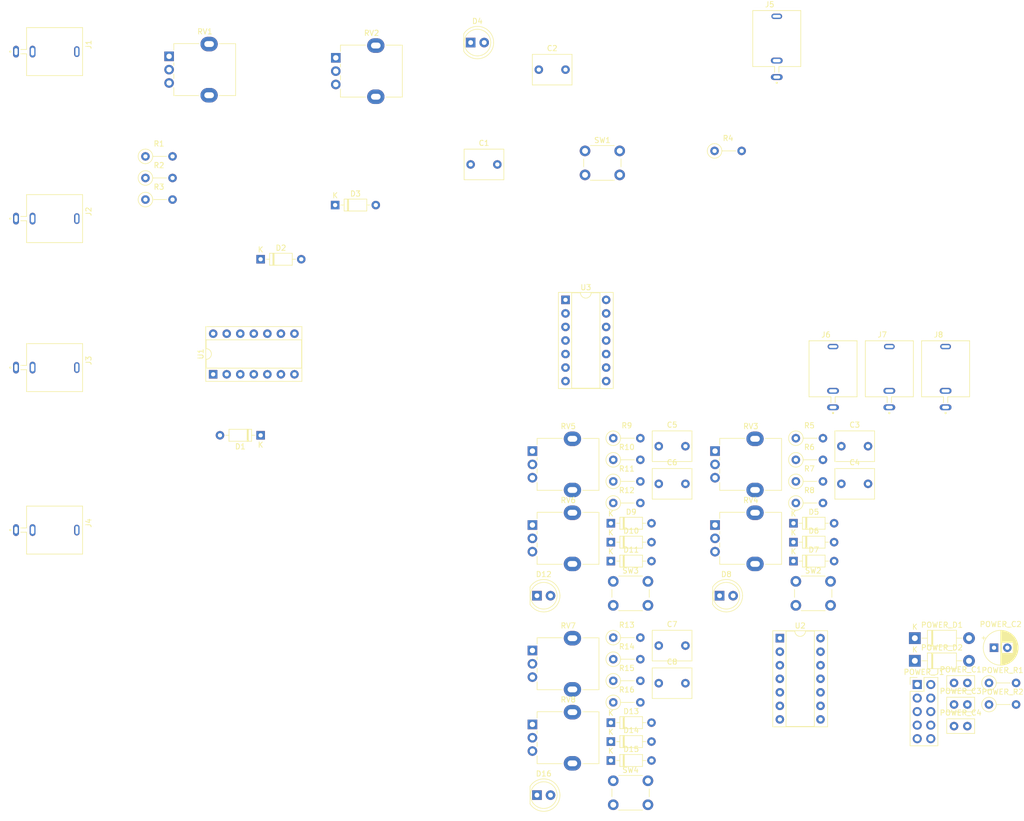
<source format=kicad_pcb>
(kicad_pcb (version 20221018) (generator pcbnew)
  (layers (0 "F.Cu" signal) (31 "B.Cu" signal) (34 "B.Paste" user) (35 "F.Paste" user) (36 "B.SilkS" user "B.Silkscreen") (37 "F.SilkS" user "F.Silkscreen") (38 "B.Mask" user) (39 "F.Mask" user) (44 "Edge.Cuts" user))
  (net 0 "")
  (net 1 "/AR1/INPUT_BUF_+")
  (net 2 "/AR1/INPUT_AMP_OUT")
  (net 3 "Net-(D2-K)")
  (net 4 "/AR1/INPUT_BUF_-")
  (net 5 "Net-(D3-A)")
  (net 6 "/AR2/INPUT_BUF_+")
  (net 7 "/AR2/INPUT_AMP_OUT")
  (net 8 "Net-(D6-K)")
  (net 9 "/AR2/INPUT_BUF_-")
  (net 10 "Net-(D7-A)")
  (net 11 "/AR3/INPUT_BUF_+")
  (net 12 "/AR3/INPUT_AMP_OUT")
  (net 13 "Net-(D10-K)")
  (net 14 "/AR3/INPUT_BUF_-")
  (net 15 "Net-(D11-A)")
  (net 16 "/AR4/INPUT_BUF_+")
  (net 17 "/AR4/INPUT_AMP_OUT")
  (net 18 "Net-(D14-K)")
  (net 19 "/AR4/INPUT_BUF_-")
  (net 20 "Net-(D15-A)")
  (net 21 "+12v")
  (net 22 "GND")
  (net 23 "-12v")
  (net 24 "Net-(POWER_D1-K)")
  (net 25 "Net-(POWER_D1-A)")
  (net 26 "Net-(POWER_D2-K)")
  (net 27 "Net-(POWER_D2-A)")
  (net 28 "Net-(SW1-B)")
  (net 29 "Net-(D4-A)")
  (net 30 "Net-(SW2-B)")
  (net 31 "Net-(D8-A)")
  (net 32 "Net-(SW3-B)")
  (net 33 "Net-(D12-A)")
  (net 34 "Net-(SW4-B)")
  (net 35 "Net-(D16-A)")
  (net 36 "/AR1/OUTPUT_BUF_+")
  (net 37 "/AR2/OUTPUT_BUF_+")
  (net 38 "/AR3/OUTPUT_BUF_+")
  (net 39 "/AR4/OUTPUT_BUF_+")
  (net 40 "/AR1/INPUT_AMP_-")
  (net 41 "/AR1/OUPUT_BUF_OUT")
  (net 42 "/AR1/ENV_OUT")
  (net 43 "/AR2/INPUT_AMP_-")
  (net 44 "/AR2/OUPUT_BUF_OUT")
  (net 45 "/AR2/ENV_OUT")
  (net 46 "/AR3/INPUT_AMP_-")
  (net 47 "/AR3/OUPUT_BUF_OUT")
  (net 48 "/AR3/ENV_OUT")
  (net 49 "/AR4/INPUT_AMP_-")
  (net 50 "/AR4/OUPUT_BUF_OUT")
  (net 51 "/AR4/ENV_OUT")
  (net 52 "/AR1/GATE_IN")
  (net 53 "/AR2/GATE_IN")
  (net 54 "/AR3/GATE_IN")
  (net 55 "/AR4/GATE_IN")
  (footprint "Resistor_THT:R_Axial_DIN0207_L6.3mm_D2.5mm_P5.08mm_Vertical" (layer "F.Cu") (at 133.41 142.09)
    (fp_text reference "R13" (at 2.54 -2.37) (layer "F.SilkS"))
    (fp_text value "r=100k")
    (pad "1" thru_hole circle (at 0 0) (size 1.6 1.6) (drill 0.8) (layers "*.Cu" "*.Mask") (net 21 "+12v"))
    (pad "2" thru_hole oval (at 5.08 0) (size 1.6 1.6) (drill 0.8) (layers "*.Cu" "*.Mask") (net 49 "/AR4/INPUT_AMP_-"))
  )
  (footprint "Diode_THT:D_DO-35_SOD27_P7.62mm_Horizontal" (layer "F.Cu") (at 167.19 120.64)
    (fp_text reference "D5" (at 3.81 -2.12) (layer "F.SilkS"))
    (fp_text value "1N4148")
    (fp_text user "K" (at 0 -1.8) (layer "F.SilkS"))
    (pad "1" thru_hole rect (at 0 0) (size 1.6 1.6) (drill 0.8) (layers "*.Cu" "*.Mask") (net 6 "/AR2/INPUT_BUF_+"))
    (pad "2" thru_hole oval (at 7.62 0) (size 1.6 1.6) (drill 0.8) (layers "*.Cu" "*.Mask") (net 7 "/AR2/INPUT_AMP_OUT"))
  )
  (footprint "Diode_THT:D_DO-35_SOD27_P7.62mm_Horizontal" (layer "F.Cu") (at 167.19 124.19)
    (fp_text reference "D6" (at 3.81 -2.12) (layer "F.SilkS"))
    (fp_text value "1N4148")
    (fp_text user "K" (at 0 -1.8) (layer "F.SilkS"))
    (pad "1" thru_hole rect (at 0 0) (size 1.6 1.6) (drill 0.8) (layers "*.Cu" "*.Mask") (net 8 "Net-(D6-K)"))
    (pad "2" thru_hole oval (at 7.62 0) (size 1.6 1.6) (drill 0.8) (layers "*.Cu" "*.Mask") (net 9 "/AR2/INPUT_BUF_-"))
  )
  (footprint "Resistor_THT:R_Axial_DIN0207_L6.3mm_D2.5mm_P5.08mm_Vertical" (layer "F.Cu") (at 45.72 55.88)
    (fp_text reference "R2" (at 2.54 -2.37) (layer "F.SilkS"))
    (fp_text value "r=47k")
    (pad "1" thru_hole circle (at 0 0) (size 1.6 1.6) (drill 0.8) (layers "*.Cu" "*.Mask") (net 40 "/AR1/INPUT_AMP_-"))
    (pad "2" thru_hole oval (at 5.08 0) (size 1.6 1.6) (drill 0.8) (layers "*.Cu" "*.Mask") (net 22 "GND"))
  )
  (footprint "AudioJacks:THONK_PJ398SM-12" (layer "F.Cu") (at 27.94 91.44 -90)
    (fp_text reference "J3" (at -1.325 -7.135 90) (layer "F.SilkS"))
    (fp_text value "PJ398SM-12")
    (pad "1" thru_hole oval (at 0 6.48 270) (size 2.216 1.108) (drill oval 1.3 0.6) (layers "*.Cu" "*.Mask") (net 22 "GND"))
    (pad "2" thru_hole oval (at 0 3.38 270) (size 2.216 1.108) (drill oval 1.5 0.6) (layers "*.Cu" "*.Mask") (net 53 "/AR2/GATE_IN"))
    (pad "3" thru_hole oval (at 0 -4.92 270) (size 2.016 1.008) (drill oval 1.5 0.5) (layers "*.Cu" "*.Mask") (net 54 "/AR3/GATE_IN"))
  )
  (footprint "Diode_THT:D_DO-41_SOD81_P10.16mm_Horizontal" (layer "F.Cu") (at 189.94 142.19)
    (fp_text reference "POWER_D1" (at 5.08 -2.47) (layer "F.SilkS"))
    (fp_text value "1N5819")
    (fp_text user "K" (at 0 -2.1) (layer "F.SilkS"))
    (pad "1" thru_hole rect (at 0 0) (size 2.2 2.2) (drill 1.1) (layers "*.Cu" "*.Mask") (net 24 "Net-(POWER_D1-K)"))
    (pad "2" thru_hole oval (at 10.16 0) (size 2.2 2.2) (drill 1.1) (layers "*.Cu" "*.Mask") (net 25 "Net-(POWER_D1-A)"))
  )
  (footprint "Diode_THT:D_DO-35_SOD27_P7.62mm_Horizontal" (layer "F.Cu") (at 81.28 60.96)
    (fp_text reference "D3" (at 3.81 -2.12) (layer "F.SilkS"))
    (fp_text value "1N4148")
    (fp_text user "K" (at 0 -1.8) (layer "F.SilkS"))
    (pad "1" thru_hole rect (at 0 0) (size 1.6 1.6) (drill 0.8) (layers "*.Cu" "*.Mask") (net 4 "/AR1/INPUT_BUF_-"))
    (pad "2" thru_hole oval (at 7.62 0) (size 1.6 1.6) (drill 0.8) (layers "*.Cu" "*.Mask") (net 5 "Net-(D3-A)"))
  )
  (footprint "Capacitor_THT:CP_Radial_D6.3mm_P2.50mm" (layer "F.Cu") (at 204.785241 143.99)
    (fp_text reference "POWER_C2" (at 1.25 -4.4) (layer "F.SilkS"))
    (fp_text value "c=47u")
    (pad "1" thru_hole rect (at 0 0) (size 1.6 1.6) (drill 0.8) (layers "*.Cu" "*.Mask") (net 22 "GND"))
    (pad "2" thru_hole circle (at 2.5 0) (size 1.6 1.6) (drill 0.8) (layers "*.Cu" "*.Mask") (net 23 "-12v"))
  )
  (footprint "Package_DIP:DIP-14_W7.62mm_Socket" (layer "F.Cu") (at 124.46 78.74)
    (fp_text reference "U3" (at 3.81 -2.33) (layer "F.SilkS"))
    (fp_text value "TL074")
    (pad "1" thru_hole rect (at 0 0) (size 1.6 1.6) (drill 0.8) (layers "*.Cu" "*.Mask") (net 41 "/AR1/OUPUT_BUF_OUT"))
    (pad "2" thru_hole oval (at 0 2.54) (size 1.6 1.6) (drill 0.8) (layers "*.Cu" "*.Mask") (net 41 "/AR1/OUPUT_BUF_OUT"))
    (pad "3" thru_hole oval (at 0 5.08) (size 1.6 1.6) (drill 0.8) (layers "*.Cu" "*.Mask") (net 36 "/AR1/OUTPUT_BUF_+"))
    (pad "4" thru_hole oval (at 0 7.62) (size 1.6 1.6) (drill 0.8) (layers "*.Cu" "*.Mask") (net 21 "+12v"))
    (pad "5" thru_hole oval (at 0 10.16) (size 1.6 1.6) (drill 0.8) (layers "*.Cu" "*.Mask") (net 37 "/AR2/OUTPUT_BUF_+"))
    (pad "6" thru_hole oval (at 0 12.7) (size 1.6 1.6) (drill 0.8) (layers "*.Cu" "*.Mask") (net 44 "/AR2/OUPUT_BUF_OUT"))
    (pad "7" thru_hole oval (at 0 15.24) (size 1.6 1.6) (drill 0.8) (layers "*.Cu" "*.Mask") (net 44 "/AR2/OUPUT_BUF_OUT"))
    (pad "8" thru_hole oval (at 7.62 15.24) (size 1.6 1.6) (drill 0.8) (layers "*.Cu" "*.Mask") (net 47 "/AR3/OUPUT_BUF_OUT"))
    (pad "9" thru_hole oval (at 7.62 12.7) (size 1.6 1.6) (drill 0.8) (layers "*.Cu" "*.Mask") (net 38 "/AR3/OUTPUT_BUF_+"))
    (pad "10" thru_hole oval (at 7.62 10.16) (size 1.6 1.6) (drill 0.8) (layers "*.Cu" "*.Mask") (net 47 "/AR3/OUPUT_BUF_OUT"))
    (pad "11" thru_hole oval (at 7.62 7.62) (size 1.6 1.6) (drill 0.8) (layers "*.Cu" "*.Mask") (net 23 "-12v"))
    (pad "12" thru_hole oval (at 7.62 5.08) (size 1.6 1.6) (drill 0.8) (layers "*.Cu" "*.Mask") (net 50 "/AR4/OUPUT_BUF_OUT"))
    (pad "13" thru_hole oval (at 7.62 2.54) (size 1.6 1.6) (drill 0.8) (layers "*.Cu" "*.Mask") (net 39 "/AR4/OUTPUT_BUF_+"))
    (pad "14" thru_hole oval (at 7.62 0) (size 1.6 1.6) (drill 0.8) (layers "*.Cu" "*.Mask") (net 50 "/AR4/OUPUT_BUF_OUT"))
  )
  (footprint "Diode_THT:D_DO-35_SOD27_P7.62mm_Horizontal" (layer "F.Cu") (at 67.31 71.12)
    (fp_text reference "D2" (at 3.81 -2.12) (layer "F.SilkS"))
    (fp_text value "1N4148")
    (fp_text user "K" (at 0 -1.8) (layer "F.SilkS"))
    (pad "1" thru_hole rect (at 0 0) (size 1.6 1.6) (drill 0.8) (layers "*.Cu" "*.Mask") (net 3 "Net-(D2-K)"))
    (pad "2" thru_hole oval (at 7.62 0) (size 1.6 1.6) (drill 0.8) (layers "*.Cu" "*.Mask") (net 4 "/AR1/INPUT_BUF_-"))
  )
  (footprint "Button_Switch_THT:SW_PUSH_6mm" (layer "F.Cu") (at 133.41 168.94)
    (fp_text reference "SW4" (at 3.25 -2) (layer "F.SilkS"))
    (fp_text value "SW_SPDT")
    (pad "1" thru_hole circle (at 0 0 90) (size 2 2) (drill 1.1) (layers "*.Cu" "*.Mask") (net 39 "/AR4/OUTPUT_BUF_+"))
    (pad "1" thru_hole circle (at 6.5 0 90) (size 2 2) (drill 1.1) (layers "*.Cu" "*.Mask") (net 39 "/AR4/OUTPUT_BUF_+"))
    (pad "2" thru_hole circle (at 0 4.5 90) (size 2 2) (drill 1.1) (layers "*.Cu" "*.Mask") (net 34 "Net-(SW4-B)"))
    (pad "2" thru_hole circle (at 6.5 4.5 90) (size 2 2) (drill 1.1) (layers "*.Cu" "*.Mask") (net 34 "Net-(SW4-B)"))
  )
  (footprint "Potentiometer_THT:Potentiometer_Alpha_RD901F-40-00D_Single_Vertical" (layer "F.Cu") (at 118.26 144.5)
    (fp_text reference "RV7" (at 6.71 -4.64 180) (layer "F.SilkS"))
    (fp_text value "R_Potentiometer")
    (pad "" thru_hole oval (at 7.5 -2.3 90) (size 2.72 3.24) (drill oval 1.1 1.8) (layers "*.Cu" "*.Mask"))
    (pad "" thru_hole oval (at 7.5 7.3 90) (size 2.72 3.24) (drill oval 1.1 1.8) (layers "*.Cu" "*.Mask"))
    (pad "1" thru_hole rect (at 0 0 90) (size 1.8 1.8) (drill 1) (layers "*.Cu" "*.Mask") (net 18 "Net-(D14-K)"))
    (pad "2" thru_hole circle (at 0 2.5 90) (size 1.8 1.8) (drill 1) (layers "*.Cu" "*.Mask") (net 34 "Net-(SW4-B)"))
    (pad "3" thru_hole circle (at 0 5 90) (size 1.8 1.8) (drill 1) (layers "*.Cu" "*.Mask") (net 34 "Net-(SW4-B)"))
  )
  (footprint "Capacitor_THT:C_Rect_L7.2mm_W5.5mm_P5.00mm_FKS2_FKP2_MKS2_MKP2" (layer "F.Cu") (at 176.17 113.24)
    (fp_text reference "C4" (at 2.5 -4) (layer "F.SilkS"))
    (fp_text value "c=1u")
    (pad "1" thru_hole circle (at 0 0) (size 1.6 1.6) (drill 0.8) (layers "*.Cu" "*.Mask") (net 31 "Net-(D8-A)"))
    (pad "2" thru_hole circle (at 5 0) (size 1.6 1.6) (drill 0.8) (layers "*.Cu" "*.Mask") (net 22 "GND"))
  )
  (footprint "Resistor_THT:R_Axial_DIN0207_L6.3mm_D2.5mm_P5.08mm_Vertical" (layer "F.Cu") (at 133.41 154.24)
    (fp_text reference "R16" (at 2.54 -2.37) (layer "F.SilkS"))
    (fp_text value "r=1k")
    (pad "1" thru_hole circle (at 0 0) (size 1.6 1.6) (drill 0.8) (layers "*.Cu" "*.Mask") (net 50 "/AR4/OUPUT_BUF_OUT"))
    (pad "2" thru_hole oval (at 5.08 0) (size 1.6 1.6) (drill 0.8) (layers "*.Cu" "*.Mask") (net 51 "/AR4/ENV_OUT"))
  )
  (footprint "AudioJacks:THONK_PJ398SM-12" (layer "F.Cu") (at 185.16 92.42)
    (fp_text reference "J7" (at -1.325 -7.135) (layer "F.SilkS"))
    (fp_text value "PJ398SM-12")
    (pad "1" thru_hole oval (at 0 6.48) (size 2.216 1.108) (drill oval 1.3 0.6) (layers "*.Cu" "*.Mask") (net 22 "GND"))
    (pad "2" thru_hole oval (at 0 3.38) (size 2.216 1.108) (drill oval 1.5 0.6) (layers "*.Cu" "*.Mask") (net 22 "GND"))
    (pad "3" thru_hole oval (at 0 -4.92) (size 2.016 1.008) (drill oval 1.5 0.5) (layers "*.Cu" "*.Mask") (net 48 "/AR3/ENV_OUT"))
  )
  (footprint "Capacitor_THT:C_Rect_L7.2mm_W5.5mm_P5.00mm_FKS2_FKP2_MKS2_MKP2" (layer "F.Cu") (at 141.94 106.19)
    (fp_text reference "C5" (at 2.5 -4) (layer "F.SilkS"))
    (fp_text value "c=1u")
    (pad "1" thru_hole circle (at 0 0) (size 1.6 1.6) (drill 0.8) (layers "*.Cu" "*.Mask") (net 32 "Net-(SW3-B)"))
    (pad "2" thru_hole circle (at 5 0) (size 1.6 1.6) (drill 0.8) (layers "*.Cu" "*.Mask") (net 22 "GND"))
  )
  (footprint "AudioJacks:THONK_PJ398SM-12" (layer "F.Cu") (at 164.06 30.48)
    (fp_text reference "J5" (at -1.325 -7.135) (layer "F.SilkS"))
    (fp_text value "PJ398SM-12")
    (pad "1" thru_hole oval (at 0 6.48) (size 2.216 1.108) (drill oval 1.3 0.6) (layers "*.Cu" "*.Mask") (net 22 "GND"))
    (pad "2" thru_hole oval (at 0 3.38) (size 2.216 1.108) (drill oval 1.5 0.6) (layers "*.Cu" "*.Mask") (net 22 "GND"))
    (pad "3" thru_hole oval (at 0 -4.92) (size 2.016 1.008) (drill oval 1.5 0.5) (layers "*.Cu" "*.Mask") (net 42 "/AR1/ENV_OUT"))
  )
  (footprint "Resistor_THT:R_Axial_DIN0207_L6.3mm_D2.5mm_P5.08mm_Vertical" (layer "F.Cu") (at 45.72 51.83)
    (fp_text reference "R1" (at 2.54 -2.37) (layer "F.SilkS"))
    (fp_text value "r=100k")
    (pad "1" thru_hole circle (at 0 0) (size 1.6 1.6) (drill 0.8) (layers "*.Cu" "*.Mask") (net 21 "+12v"))
    (pad "2" thru_hole oval (at 5.08 0) (size 1.6 1.6) (drill 0.8) (layers "*.Cu" "*.Mask") (net 40 "/AR1/INPUT_AMP_-"))
  )
  (footprint "AudioJacks:THONK_PJ398SM-12" (layer "F.Cu") (at 27.94 32.18 -90)
    (fp_text reference "J1" (at -1.325 -7.135 90) (layer "F.SilkS"))
    (fp_text value "PJ398SM-12")
    (pad "1" thru_hole oval (at 0 6.48 270) (size 2.216 1.108) (drill oval 1.3 0.6) (layers "*.Cu" "*.Mask") (net 22 "GND"))
    (pad "2" thru_hole oval (at 0 3.38 270) (size 2.216 1.108) (drill oval 1.5 0.6) (layers "*.Cu" "*.Mask") (net 22 "GND"))
    (pad "3" thru_hole oval (at 0 -4.92 270) (size 2.016 1.008) (drill oval 1.5 0.5) (layers "*.Cu" "*.Mask") (net 52 "/AR1/GATE_IN"))
  )
  (footprint "Potentiometer_THT:Potentiometer_Alpha_RD901F-40-00D_Single_Vertical" (layer "F.Cu") (at 50.155 33.06)
    (fp_text reference "RV1" (at 6.71 -4.64 180) (layer "F.SilkS"))
    (fp_text value "R_Potentiometer")
    (pad "" thru_hole oval (at 7.5 -2.3 90) (size 2.72 3.24) (drill oval 1.1 1.8) (layers "*.Cu" "*.Mask"))
    (pad "" thru_hole oval (at 7.5 7.3 90) (size 2.72 3.24) (drill oval 1.1 1.8) (layers "*.Cu" "*.Mask"))
    (pad "1" thru_hole rect (at 0 0 90) (size 1.8 1.8) (drill 1) (layers "*.Cu" "*.Mask") (net 3 "Net-(D2-K)"))
    (pad "2" thru_hole circle (at 0 2.5 90) (size 1.8 1.8) (drill 1) (layers "*.Cu" "*.Mask") (net 28 "Net-(SW1-B)"))
    (pad "3" thru_hole circle (at 0 5 90) (size 1.8 1.8) (drill 1) (layers "*.Cu" "*.Mask") (net 28 "Net-(SW1-B)"))
  )
  (footprint "Capacitor_THT:C_Rect_L7.2mm_W5.5mm_P5.00mm_FKS2_FKP2_MKS2_MKP2" (layer "F.Cu") (at 141.94 113.24)
    (fp_text reference "C6" (at 2.5 -4) (layer "F.SilkS"))
    (fp_text value "c=1u")
    (pad "1" thru_hole circle (at 0 0) (size 1.6 1.6) (drill 0.8) (layers "*.Cu" "*.Mask") (net 33 "Net-(D12-A)"))
    (pad "2" thru_hole circle (at 5 0) (size 1.6 1.6) (drill 0.8) (layers "*.Cu" "*.Mask") (net 22 "GND"))
  )
  (footprint "Diode_THT:D_DO-35_SOD27_P7.62mm_Horizontal" (layer "F.Cu") (at 132.96 161.59)
    (fp_text reference "D14" (at 3.81 -2.12) (layer "F.SilkS"))
    (fp_text value "1N4148")
    (fp_text user "K" (at 0 -1.8) (layer "F.SilkS"))
    (pad "1" thru_hole rect (at 0 0) (size 1.6 1.6) (drill 0.8) (layers "*.Cu" "*.Mask") (net 18 "Net-(D14-K)"))
    (pad "2" thru_hole oval (at 7.62 0) (size 1.6 1.6) (drill 0.8) (layers "*.Cu" "*.Mask") (net 19 "/AR4/INPUT_BUF_-"))
  )
  (footprint "Resistor_THT:R_Axial_DIN0207_L6.3mm_D2.5mm_P5.08mm_Vertical" (layer "F.Cu") (at 133.41 108.74)
    (fp_text reference "R10" (at 2.54 -2.37) (layer "F.SilkS"))
    (fp_text value "r=47k")
    (pad "1" thru_hole circle (at 0 0) (size 1.6 1.6) (drill 0.8) (layers "*.Cu" "*.Mask") (net 46 "/AR3/INPUT_AMP_-"))
    (pad "2" thru_hole oval (at 5.08 0) (size 1.6 1.6) (drill 0.8) (layers "*.Cu" "*.Mask") (net 22 "GND"))
  )
  (footprint "Resistor_THT:R_Axial_DIN0207_L6.3mm_D2.5mm_P5.08mm_Vertical" (layer "F.Cu") (at 133.41 116.84)
    (fp_text reference "R12" (at 2.54 -2.37) (layer "F.SilkS"))
    (fp_text value "r=1k")
    (pad "1" thru_hole circle (at 0 0) (size 1.6 1.6) (drill 0.8) (layers "*.Cu" "*.Mask") (net 47 "/AR3/OUPUT_BUF_OUT"))
    (pad "2" thru_hole oval (at 5.08 0) (size 1.6 1.6) (drill 0.8) (layers "*.Cu" "*.Mask") (net 48 "/AR3/ENV_OUT"))
  )
  (footprint "AudioJacks:THONK_PJ398SM-12" (layer "F.Cu") (at 27.94 121.92 -90)
    (fp_text reference "J4" (at -1.325 -7.135 90) (layer "F.SilkS"))
    (fp_text value "PJ398SM-12")
    (pad "1" thru_hole oval (at 0 6.48 270) (size 2.216 1.108) (drill oval 1.3 0.6) (layers "*.Cu" "*.Mask") (net 22 "GND"))
    (pad "2" thru_hole oval (at 0 3.38 270) (size 2.216 1.108) (drill oval 1.5 0.6) (layers "*.Cu" "*.Mask") (net 54 "/AR3/GATE_IN"))
    (pad "3" thru_hole oval (at 0 -4.92 270) (size 2.016 1.008) (drill oval 1.5 0.5) (layers "*.Cu" "*.Mask") (net 55 "/AR4/GATE_IN"))
  )
  (footprint "Resistor_THT:R_Axial_DIN0207_L6.3mm_D2.5mm_P5.08mm_Vertical" (layer "F.Cu") (at 152.4 50.8)
    (fp_text reference "R4" (at 2.54 -2.37) (layer "F.SilkS"))
    (fp_text value "r=1k")
    (pad "1" thru_hole circle (at 0 0) (size 1.6 1.6) (drill 0.8) (layers "*.Cu" "*.Mask") (net 41 "/AR1/OUPUT_BUF_OUT"))
    (pad "2" thru_hole oval (at 5.08 0) (size 1.6 1.6) (drill 0.8) (layers "*.Cu" "*.Mask") (net 42 "/AR1/ENV_OUT"))
  )
  (footprint "Resistor_THT:R_Axial_DIN0207_L6.3mm_D2.5mm_P5.08mm_Vertical" (layer "F.Cu") (at 203.84 150.59)
    (fp_text reference "POWER_R1" (at 2.54 -2.37) (layer "F.SilkS"))
    (fp_text value "10")
    (pad "1" thru_hole circle (at 0 0) (size 1.6 1.6) (drill 0.8) (layers "*.Cu" "*.Mask") (net 24 "Net-(POWER_D1-K)"))
    (pad "2" thru_hole oval (at 5.08 0) (size 1.6 1.6) (drill 0.8) (layers "*.Cu" "*.Mask") (net 21 "+12v"))
  )
  (footprint "Diode_THT:D_DO-35_SOD27_P7.62mm_Horizontal" (layer "F.Cu") (at 132.96 165.14)
    (fp_text reference "D15" (at 3.81 -2.12) (layer "F.SilkS"))
    (fp_text value "1N4148")
    (fp_text user "K" (at 0 -1.8) (layer "F.SilkS"))
    (pad "1" thru_hole rect (at 0 0) (size 1.6 1.6) (drill 0.8) (layers "*.Cu" "*.Mask") (net 19 "/AR4/INPUT_BUF_-"))
    (pad "2" thru_hole oval (at 7.62 0) (size 1.6 1.6) (drill 0.8) (layers "*.Cu" "*.Mask") (net 20 "Net-(D15-A)"))
  )
  (footprint "Diode_THT:D_DO-35_SOD27_P7.62mm_Horizontal" (layer "F.Cu") (at 132.96 120.64)
    (fp_text reference "D9" (at 3.81 -2.12) (layer "F.SilkS"))
    (fp_text value "1N4148")
    (fp_text user "K" (at 0 -1.8) (layer "F.SilkS"))
    (pad "1" thru_hole rect (at 0 0) (size 1.6 1.6) (drill 0.8) (layers "*.Cu" "*.Mask") (net 11 "/AR3/INPUT_BUF_+"))
    (pad "2" thru_hole oval (at 7.62 0) (size 1.6 1.6) (drill 0.8) (layers "*.Cu" "*.Mask") (net 12 "/AR3/INPUT_AMP_OUT"))
  )
  (footprint "Resistor_THT:R_Axial_DIN0207_L6.3mm_D2.5mm_P5.08mm_Vertical" (layer "F.Cu") (at 133.41 150.19)
    (fp_text reference "R15" (at 2.54 -2.37) (layer "F.SilkS"))
    (fp_text value "r=100k")
    (pad "1" thru_hole circle (at 0 0) (size 1.6 1.6) (drill 0.8) (layers "*.Cu" "*.Mask") (net 16 "/AR4/INPUT_BUF_+"))
    (pad "2" thru_hole oval (at 5.08 0) (size 1.6 1.6) (drill 0.8) (layers "*.Cu" "*.Mask") (net 22 "GND"))
  )
  (footprint "Diode_THT:D_DO-41_SOD81_P10.16mm_Horizontal" (layer "F.Cu") (at 189.94 146.44)
    (fp_text reference "POWER_D2" (at 5.08 -2.47) (layer "F.SilkS"))
    (fp_text value "1N5819")
    (fp_text user "K" (at 0 -2.1) (layer "F.SilkS"))
    (pad "1" thru_hole rect (at 0 0) (size 2.2 2.2) (drill 1.1) (layers "*.Cu" "*.Mask") (net 26 "Net-(POWER_D2-K)"))
    (pad "2" thru_hole oval (at 10.16 0) (size 2.2 2.2) (drill 1.1) (layers "*.Cu" "*.Mask") (net 27 "Net-(POWER_D2-A)"))
  )
  (footprint "Diode_THT:D_DO-35_SOD27_P7.62mm_Horizontal" (layer "F.Cu") (at 132.96 158.04)
    (fp_text reference "D13" (at 3.81 -2.12) (layer "F.SilkS"))
    (fp_text value "1N4148")
    (fp_text user "K" (at 0 -1.8) (layer "F.SilkS"))
    (pad "1" thru_hole rect (at 0 0) (size 1.6 1.6) (drill 0.8) (layers "*.Cu" "*.Mask") (net 16 "/AR4/INPUT_BUF_+"))
    (pad "2" thru_hole oval (at 7.62 0) (size 1.6 1.6) (drill 0.8) (layers "*.Cu" "*.Mask") (net 17 "/AR4/INPUT_AMP_OUT"))
  )
  (footprint "Diode_THT:D_DO-35_SOD27_P7.62mm_Horizontal" (layer "F.Cu") (at 167.19 127.74)
    (fp_text reference "D7" (at 3.81 -2.12) (layer "F.SilkS"))
    (fp_text value "1N4148")
    (fp_text user "K" (at 0 -1.8) (layer "F.SilkS"))
    (pad "1" thru_hole rect (at 0 0) (size 1.6 1.6) (drill 0.8) (layers "*.Cu" "*.Mask") (net 9 "/AR2/INPUT_BUF_-"))
    (pad "2" thru_hole oval (at 7.62 0) (size 1.6 1.6) (drill 0.8) (layers "*.Cu" "*.Mask") (net 10 "Net-(D7-A)"))
  )
  (footprint "Resistor_THT:R_Axial_DIN0207_L6.3mm_D2.5mm_P5.08mm_Vertical" (layer "F.Cu") (at 167.64 116.84)
    (fp_text reference "R8" (at 2.54 -2.37) (layer "F.SilkS"))
    (fp_text value "r=1k")
    (pad "1" thru_hole circle (at 0 0) (size 1.6 1.6) (drill 0.8) (layers "*.Cu" "*.Mask") (net 44 "/AR2/OUPUT_BUF_OUT"))
    (pad "2" thru_hole oval (at 5.08 0) (size 1.6 1.6) (drill 0.8) (layers "*.Cu" "*.Mask") (net 45 "/AR2/ENV_OUT"))
  )
  (footprint "Diode_THT:D_DO-35_SOD27_P7.62mm_Horizontal" (layer "F.Cu") (at 132.96 124.19)
    (fp_text reference "D10" (at 3.81 -2.12) (layer "F.SilkS"))
    (fp_text value "1N4148")
    (fp_text user "K" (at 0 -1.8) (layer "F.SilkS"))
    (pad "1" thru_hole rect (at 0 0) (size 1.6 1.6) (drill 0.8) (layers "*.Cu" "*.Mask") (net 13 "Net-(D10-K)"))
    (pad "2" thru_hole oval (at 7.62 0) (size 1.6 1.6) (drill 0.8) (layers "*.Cu" "*.Mask") (net 14 "/AR3/INPUT_BUF_-"))
  )
  (footprint "Button_Switch_THT:SW_PUSH_6mm" (layer "F.Cu") (at 128.12 50.8)
    (fp_text reference "SW1" (at 3.25 -2) (layer "F.SilkS"))
    (fp_text value "SW_SPDT")
    (pad "1" thru_hole circle (at 0 0 90) (size 2 2) (drill 1.1) (layers "*.Cu" "*.Mask") (net 36 "/AR1/OUTPUT_BUF_+"))
    (pad "1" thru_hole circle (at 6.5 0 90) (size 2 2) (drill 1.1) (layers "*.Cu" "*.Mask") (net 36 "/AR1/OUTPUT_BUF_+"))
    (pad "2" thru_hole circle (at 0 4.5 90) (size 2 2) (drill 1.1) (layers "*.Cu" "*.Mask") (net 28 "Net-(SW1-B)"))
    (pad "2" thru_hole circle (at 6.5 4.5 90) (size 2 2) (drill 1.1) (layers "*.Cu" "*.Mask") (net 28 "Net-(SW1-B)"))
  )
  (footprint "Capacitor_THT:C_Disc_D5.0mm_W2.5mm_P2.50mm" (layer "F.Cu") (at 197.29 158.69)
    (fp_text reference "POWER_C4" (at 1.25 -2.5) (layer "F.SilkS"))
    (fp_text value "0.1u")
    (pad "1" thru_hole circle (at 0 0) (size 1.6 1.6) (drill 0.8) (layers "*.Cu" "*.Mask") (net 22 "GND"))
    (pad "2" thru_hole circle (at 2.5 0) (size 1.6 1.6) (drill 0.8) (layers "*.Cu" "*.Mask") (net 23 "-12v"))
  )
  (footprint "AudioJacks:THONK_PJ398SM-12" (layer "F.Cu") (at 195.71 92.42)
    (fp_text reference "J8" (at -1.325 -7.135) (layer "F.SilkS"))
    (fp_text value "PJ398SM-12")
    (pad "1" thru_hole oval (at 0 6.48) (size 2.216 1.108) (drill oval 1.3 0.6) (layers "*.Cu" "*.Mask") (net 22 "GND"))
    (pad "2" thru_hole oval (at 0 3.38) (size 2.216 1.108) (drill oval 1.5 0.6) (layers "*.Cu" "*.Mask") (net 22 "GND"))
    (pad "3" thru_hole oval (at 0 -4.92) (size 2.016 1.008) (drill oval 1.5 0.5) (layers "*.Cu" "*.Mask") (net 51 "/AR4/ENV_OUT"))
  )
  (footprint "Resistor_THT:R_Axial_DIN0207_L6.3mm_D2.5mm_P5.08mm_Vertical" (layer "F.Cu") (at 167.64 108.74)
    (fp_text reference "R6" (at 2.54 -2.37) (layer "F.SilkS"))
    (fp_text value "r=47k")
    (pad "1" thru_hole circle (at 0 0) (size 1.6 1.6) (drill 0.8) (layers "*.Cu" "*.Mask") (net 43 "/AR2/INPUT_AMP_-"))
    (pad "2" thru_hole oval (at 5.08 0) (size 1.6 1.6) (drill 0.8) (layers "*.Cu" "*.Mask") (net 22 "GND"))
  )
  (footprint "Potentiometer_THT:Potentiometer_Alpha_RD901F-40-00D_Single_Vertical" (layer "F.Cu") (at 152.49 107.1)
    (fp_text reference "RV3" (at 6.71 -4.64 180) (layer "F.SilkS"))
    (fp_text value "R_Potentiometer")
    (pad "" thru_hole oval (at 7.5 -2.3 90) (size 2.72 3.24) (drill oval 1.1 1.8) (layers "*.Cu" "*.Mask"))
    (pad "" thru_hole oval (at 7.5 7.3 90) (size 2.72 3.24) (drill oval 1.1 1.8) (layers "*.Cu" "*.Mask"))
    (pad "1" thru_hole rect (at 0 0 90) (size 1.8 1.8) (drill 1) (layers "*.Cu" "*.Mask") (net 8 "Net-(D6-K)"))
    (pad "2" thru_hole circle (at 0 2.5 90) (size 1.8 1.8) (drill 1) (layers "*.Cu" "*.Mask") (net 30 "Net-(SW2-B)"))
    (pad "3" thru_hole circle (at 0 5 90) (size 1.8 1.8) (drill 1) (layers "*.Cu" "*.Mask") (net 30 "Net-(SW2-B)"))
  )
  (footprint "Diode_THT:D_DO-35_SOD27_P7.62mm_Horizontal" (layer "F.Cu") (at 67.31 104.14 180)
    (fp_text reference "D1" (at 3.81 -2.12) (layer "F.SilkS"))
    (fp_text value "1N4148")
    (fp_text user "K" (at 0 -1.8) (layer "F.SilkS"))
    (pad "1" thru_hole rect (at 0 0 180) (size 1.6 1.6) (drill 0.8) (layers "*.Cu" "*.Mask") (net 1 "/AR1/INPUT_BUF_+"))
    (pad "2" thru_hole oval (at 7.62 0 180) (size 1.6 1.6) (drill 0.8) (layers "*.Cu" "*.Mask") (net 2 "/AR1/INPUT_AMP_OUT"))
  )
  (footprint "Resistor_THT:R_Axial_DIN0207_L6.3mm_D2.5mm_P5.08mm_Vertical" (layer "F.Cu") (at 133.41 146.14)
    (fp_text reference "R14" (at 2.54 -2.37) (layer "F.SilkS"))
    (fp_text value "r=47k")
    (pad "1" thru_hole circle (at 0 0) (size 1.6 1.6) (drill 0.8) (layers "*.Cu" "*.Mask") (net 49 "/AR4/INPUT_AMP_-"))
    (pad "2" thru_hole oval (at 5.08 0) (size 1.6 1.6) (drill 0.8) (layers "*.Cu" "*.Mask") (net 22 "GND"))
  )
  (footprint "AudioJacks:THONK_PJ398SM-12" (layer "F.Cu") (at 174.61 92.42)
    (fp_text reference "J6" (at -1.325 -7.135) (layer "F.SilkS"))
    (fp_text value "PJ398SM-12")
    (pad "1" thru_hole oval (at 0 6.48) (size 2.216 1.108) (drill oval 1.3 0.6) (layers "*.Cu" "*.Mask") (net 22 "GND"))
    (pad "2" thru_hole oval (at 0 3.38) (size 2.216 1.108) (drill oval 1.5 0.6) (layers "*.Cu" "*.Mask") (net 22 "GND"))
    (pad "3" thru_hole oval (at 0 -4.92) (size 2.016 1.008) (drill oval 1.5 0.5) (layers "*.Cu" "*.Mask") (net 45 "/AR2/ENV_OUT"))
  )
  (footprint "LED_THT:LED_D5.0mm_FlatTop" (layer "F.Cu") (at 119.11 171.63)
    (fp_text reference "D16" (at 1.27 -4.01) (layer "F.SilkS"))
    (fp_text value "LED")
    (pad "1" thru_hole rect (at 0 0) (size 1.8 1.8) (drill 0.9) (layers "*.Cu" "*.Mask") (net 39 "/AR4/OUTPUT_BUF_+"))
    (pad "2" thru_hole circle (at 2.54 0) (size 1.8 1.8) (drill 0.9) (layers "*.Cu" "*.Mask") (net 35 "Net-(D16-A)"))
  )
  (footprint "Capacitor_THT:C_Disc_D5.0mm_W2.5mm_P2.50mm" (layer "F.Cu") (at 197.29 150.59)
    (fp_text reference "POWER_C1" (at 1.25 -2.5) (layer "F.SilkS"))
    (fp_text value "c=47u")
    (pad "1" thru_hole circle (at 0 0) (size 1.6 1.6) (drill 0.8) (layers "*.Cu" "*.Mask") (net 21 "+12v"))
    (pad "2" thru_hole circle (at 2.5 0) (size 1.6 1.6) (drill 0.8) (layers "*.Cu" "*.Mask") (net 22 "GND"))
  )
  (footprint "Capacitor_THT:C_Rect_L7.2mm_W5.5mm_P5.00mm_FKS2_FKP2_MKS2_MKP2" (layer "F.Cu") (at 141.94 143.59)
    (fp_text reference "C7" (at 2.5 -4) (layer "F.SilkS"))
    (fp_text value "c=1u")
    (pad "1" thru_hole circle (at 0 0) (size 1.6 1.6) (drill 0.8) (layers "*.Cu" "*.Mask") (net 34 "Net-(SW4-B)"))
    (pad "2" thru_hole circle (at 5 0) (size 1.6 1.6) (drill 0.8) (layers "*.Cu" "*.Mask") (net 22 "GND"))
  )
  (footprint "Resistor_THT:R_Axial_DIN0207_L6.3mm_D2.5mm_P5.08mm_Vertical" (layer "F.Cu") (at 133.41 112.79)
    (fp_text reference "R11" (at 2.54 -2.37) (layer "F.SilkS"))
    (fp_text value "r=100k")
    (pad "1" thru_hole circle (at 0 0) (size 1.6 1.6) (drill 0.8) (layers "*.Cu" "*.Mask") (net 11 "/AR3/INPUT_BUF_+"))
    (pad "2" thru_hole oval (at 5.08 0) (size 1.6 1.6) (drill 0.8) (layers "*.Cu" "*.Mask") (net 22 "GND"))
  )
  (footprint "Connector_PinHeader_2.54mm:PinHeader_2x05_P2.54mm_Vertical" (layer "F.Cu") (at 190.39 150.89)
    (fp_text reference "POWER_J1" (at 1.27 -2.33) (layer "F.SilkS"))
    (fp_text value "Conn_01x10_Pin")
    (pad "1" thru_hole rect (at 0 0) (size 1.7 1.7) (drill 1) (layers "*.Cu" "*.Mask") (net 25 "Net-(POWER_D1-A)"))
    (pad "2" thru_hole oval (at 2.54 0) (size 1.7 1.7) (drill 1) (layers "*.Cu" "*.Mask") (net 25 "Net-(POWER_D1-A)"))
    (pad "3" thru_hole oval (at 0 2.54) (size 1.7 1.7) (drill 1) (layers "*.Cu" "*.Mask") (net 22 "GND"))
    (pad "4" thru_hole oval (at 2.54 2.54) (size 1.7 1.7) (drill 1) (layers "*.Cu" "*.Mask") (net 22 "GND"))
    (pad "5" thru_hole oval (at 0 5.08) (size 1.7 1.7) (drill 1) (layers "*.Cu" "*.Mask") (net 22 "GND"))
    (pad "6" thru_hole oval (at 2.54 5.08) (size 1.7 1.7) (drill 1) (layers "*.Cu" "*.Mask") (net 22 "GND"))
    (pad "7" thru_hole oval (at 0 7.62) (size 1.7 1.7) (drill 1) (layers "*.Cu" "*.Mask") (net 22 "GND"))
    (pad "8" thru_hole oval (at 2.54 7.62) (size 1.7 1.7) (drill 1) (layers "*.Cu" "*.Mask") (net 22 "GND"))
    (pad "9" thru_hole oval (at 0 10.16) (size 1.7 1.7) (drill 1) (layers "*.Cu" "*.Mask") (net 26 "Net-(POWER_D2-K)"))
    (pad "10" thru_hole oval (at 2.54 10.16) (size 1.7 1.7) (drill 1) (layers "*.Cu" "*.Mask") (net 26 "Net-(POWER_D2-K)"))
  )
  (footprint "Diode_THT:D_DO-35_SOD27_P7.62mm_Horizontal" (layer "F.Cu") (at 132.96 127.74)
    (fp_text reference "D11" (at 3.81 -2.12) (layer "F.SilkS"))
    (fp_text value "1N4148")
    (fp_text user "K" (at 0 -1.8) (layer "F.SilkS"))
    (pad "1" thru_hole rect (at 0 0) (size 1.6 1.6) (drill 0.8) (layers "*.Cu" "*.Mask") (net 14 "/AR3/INPUT_BUF_-"))
    (pad "2" thru_hole oval (at 7.62 0) (size 1.6 1.6) (drill 0.8) (layers "*.Cu" "*.Mask") (net 15 "Net-(D11-A)"))
  )
  (footprint "Capacitor_THT:C_Rect_L7.2mm_W5.5mm_P5.00mm_FKS2_FKP2_MKS2_MKP2" (layer "F.Cu") (at 176.17 106.19)
    (fp_text reference "C3" (at 2.5 -4) (layer "F.SilkS"))
    (fp_text value "c=1u")
    (pad "1" thru_hole circle (at 0 0) (size 1.6 1.6) (drill 0.8) (layers "*.Cu" "*.Mask") (net 30 "Net-(SW2-B)"))
    (pad "2" thru_hole circle (at 5 0) (size 1.6 1.6) (drill 0.8) (layers "*.Cu" "*.Mask") (net 22 "GND"))
  )
  (footprint "Package_DIP:DIP-14_W7.62mm_Socket" (layer "F.Cu") (at 58.415 92.7 90)
    (fp_text reference "U1" (at 3.81 -2.33 90) (layer "F.SilkS"))
    (fp_text value "TL074")
    (pad "1" thru_hole rect (at 0 0 90) (size 1.6 1.6) (drill 0.8) (layers "*.Cu" "*.Mask") (net 2 "/AR1/INPUT_AMP_OUT"))
    (pad "2" thru_hole oval (at 0 2.54 90) (size 1.6 1.6) (drill 0.8) (layers "*.Cu" "*.Mask") (net 40 "/AR1/INPUT_AMP_-"))
    (pad "3" thru_hole oval (at 0 5.08 90) (size 1.6 1.6) (drill 0.8) (layers "*.Cu" "*.Mask") (net 52 "/AR1/GATE_IN"))
    (pad "4" thru_hole oval (at 0 7.62 90) (size 1.6 1.6) (drill 0.8) (layers "*.Cu" "*.Mask") (net 21 "+12v"))
    (pad "5" thru_hole oval (at 0 10.16 90) (size 1.6 1.6) (drill 0.8) (layers "*.Cu" "*.Mask") (net 1 "/AR1/INPUT_BUF_+"))
    (pad "6" thru_hole oval (at 0 12.7 90) (size 1.6 1.6) (drill 0.8) (layers "*.Cu" "*.Mask") (net 4 "/AR1/INPUT_BUF_-"))
    (pad "7" thru_hole oval (at 0 15.24 90) (size 1.6 1.6) (drill 0.8) (layers "*.Cu" "*.Mask") (net 4 "/AR1/INPUT_BUF_-"))
    (pad "8" thru_hole oval (at 7.62 15.24 90) (size 1.6 1.6) (drill 0.8) (layers "*.Cu" "*.Mask") (net 7 "/AR2/INPUT_AMP_OUT"))
    (pad "9" thru_hole oval (at 7.62 12.7 90) (size 1.6 1.6) (drill 0.8) (layers "*.Cu" "*.Mask") (net 43 "/AR2/INPUT_AMP_-"))
    (pad "10" thru_hole oval (at 7.62 10.16 90) (size 1.6 1.6) (drill 0.8) (layers "*.Cu" "*.Mask") (net 53 "/AR2/GATE_IN"))
    (pad "11" thru_hole oval (at 7.62 7.62 90) (size 1.6 1.6) (drill 0.8) (layers "*.Cu" "*.Mask") (net 23 "-12v"))
    (pad "12" thru_hole oval (at 7.62 5.08 90) (size 1.6 1.6) (drill 0.8) (layers "*.Cu" "*.Mask") (net 6 "/AR2/INPUT_BUF_+"))
    (pad "13" thru_hole oval (at 7.62 2.54 90) (size 1.6 1.6) (drill 0.8) (layers "*.Cu" "*.Mask") (net 9 "/AR2/INPUT_BUF_-"))
    (pad "14" thru_hole oval (at 7.62 0 90) (size 1.6 1.6) (drill 0.8) (layers "*.Cu" "*.Mask") (net 9 "/AR2/INPUT_BUF_-"))
  )
  (footprint "Capacitor_THT:C_Disc_D5.0mm_W2.5mm_P2.50mm" (layer "F.Cu") (at 197.29 154.64)
    (fp_text reference "POWER_C3" (at 1.25 -2.5) (layer "F.SilkS"))
    (fp_text value "0.1u")
    (pad "1" thru_hole circle (at 0 0) (size 1.6 1.6) (drill 0.8) (layers "*.Cu" "*.Mask") (net 21 "+12v"))
    (pad "2" thru_hole circle (at 2.5 0) (size 1.6 1.6) (drill 0.8) (layers "*.Cu" "*.Mask") (net 22 "GND"))
  )
  (footprint "Resistor_THT:R_Axial_DIN0207_L6.3mm_D2.5mm_P5.08mm_Vertical" (layer "F.Cu") (at 45.72 59.93)
    (fp_text reference "R3" (at 2.54 -2.37) (layer "F.SilkS"))
    (fp_text value "r=100k")
    (pad "1" thru_hole circle (at 0 0) (size 1.6 1.6) (drill 0.8) (layers "*.Cu" "*.Mask") (net 1 "/AR1/INPUT_BUF_+"))
    (pad "2" thru_hole oval (at 5.08 0) (size 1.6 1.6) (drill 0.8) (layers "*.Cu" "*.Mask") (net 22 "GND"))
  )
  (footprint "LED_THT:LED_D5.0mm_FlatTop" (layer "F.Cu") (at 106.68 30.48)
    (fp_text reference "D4" (at 1.27 -4.01) (layer "F.SilkS"))
    (fp_text value "LED")
    (pad "1" thru_hole rect (at 0 0) (size 1.8 1.8) (drill 0.9) (layers "*.Cu" "*.Mask") (net 36 "/AR1/OUTPUT_BUF_+"))
    (pad "2" thru_hole circle (at 2.54 0) (size 1.8 1.8) (drill 0.9) (layers "*.Cu" "*.Mask") (net 29 "Net-(D4-A)"))
  )
  (footprint "Button_Switch_THT:SW_PUSH_6mm" (layer "F.Cu") (at 167.64 131.54)
    (fp_text reference "SW2" (at 3.25 -2) (layer "F.SilkS"))
    (fp_text value "SW_SPDT")
    (pad "1" thru_hole circle (at 0 0 90) (size 2 2) (drill 1.1) (layers "*.Cu" "*.Mask") (net 37 "/AR2/OUTPUT_BUF_+"))
    (pad "1" thru_hole circle (at 6.5 0 90) (size 2 2) (drill 1.1) (layers "*.Cu" "*.Mask") (net 37 "/AR2/OUTPUT_BUF_+"))
    (pad "2" thru_hole circle (at 0 4.5 90) (size 2 2) (drill 1.1) (layers "*.Cu" "*.Mask") (net 30 "Net-(SW2-B)"))
    (pad "2" thru_hole circle (at 6.5 4.5 90) (size 2 2) (drill 1.1) (layers "*.Cu" "*.Mask") (net 30 "Net-(SW2-B)"))
  )
  (footprint "Potentiometer_THT:Potentiometer_Alpha_RD901F-40-00D_Single_Vertical" (layer "F.Cu") (at 81.4 33.34)
    (fp_text reference "RV2" (at 6.71 -4.64 180) (layer "F.SilkS"))
    (fp_text value "R_Potentiometer")
    (pad "" thru_hole oval (at 7.5 -2.3 90) (size 2.72 3.24) (drill oval 1.1 1.8) (layers "*.Cu" "*.Mask"))
    (pad "" thru_hole oval (at 7.5 7.3 90) (size 2.72 3.24) (drill oval 1.1 1.8) (layers "*.Cu" "*.Mask"))
    (pad "1" thru_hole rect (at 0 0 90) (size 1.8 1.8) (drill 1) (layers "*.Cu" "*.Mask") (net 5 "Net-(D3-A)"))
    (pad "2" thru_hole circle (at 0 2.5 90) (size 1.8 1.8) (drill 1) (layers "*.Cu" "*.Mask") (net 28 "Net-(SW1-B)"))
    (pad "3" thru_hole circle (at 0 5 90) (size 1.8 1.8) (drill 1) (layers "*.Cu" "*.Mask") (net 28 "Net-(SW1-B)"))
  )
  (footprint "Button_Switch_THT:SW_PUSH_6mm" (layer "F.Cu") (at 133.41 131.54)
    (fp_text reference "SW3" (at 3.25 -2) (layer "F.SilkS"))
    (fp_text value "SW_SPDT")
    (pad "1" thru_hole circle (at 0 0 90) (size 2 2) (drill 1.1) (layers "*.Cu" "*.Mask") (net 38 "/AR3/OUTPUT_BUF_+"))
    (pad "1" thru_hole circle (at 6.5 0 90) (size 2 2) (drill 1.1) (layers "*.Cu" "*.Mask") (net 38 "/AR3/OUTPUT_BUF_+"))
    (pad "2" thru_hole circle (at 0 4.5 90) (size 2 2) (drill 1.1) (layers "*.Cu" "*.Mask") (net 32 "Net-(SW3-B)"))
    (pad "2" thru_hole circle (at 6.5 4.5 90) (size 2 2) (drill 1.1) (layers "*.Cu" "*.Mask") (net 32 "Net-(SW3-B)"))
  )
  (footprint "Package_DIP:DIP-14_W7.62mm_Socket" (layer "F.Cu") (at 164.64 142.19)
    (fp_text reference "U2" (at 3.81 -2.33) (layer "F.SilkS"))
    (fp_text value "TL074")
    (pad "1" thru_hole rect (at 0 0) (size 1.6 1.6) (drill 0.8) (layers "*.Cu" "*.Mask") (net 12 "/AR3/INPUT_AMP_OUT"))
    (pad "2" thru_hole oval (at 0 2.54) (size 1.6 1.6) (drill 0.8) (layers "*.Cu" "*.Mask") (net 46 "/AR3/INPUT_AMP_-"))
    (pad "3" thru_hole oval (at 0 5.08) (size 1.6 1.6) (drill 0.8) (layers "*.Cu" "*.Mask") (net 54 "/AR3/GATE_IN"))
    (pad "4" thru_hole oval (at 0 7.62) (size 1.6 1.6) (drill 0.8) (layers "*.Cu" "*.Mask") (net 21 "+12v"))
    (pad "5" thru_hole oval (at 0 10.16) (size 1.6 1.6) (drill 0.8) (layers "*.Cu" "*.Mask") (net 11 "/AR3/INPUT_BUF_+"))
    (pad "6" thru_hole oval (at 0 12.7) (size 1.6 1.6) (drill 0.8) (layers "*.Cu" "*.Mask") (net 14 "/AR3/INPUT_BUF_-"))
    (pad "7" thru_hole oval (at 0 15.24) (size 1.6 1.6) (drill 0.8) (layers "*.Cu" "*.Mask") (net 14 "/AR3/INPUT_BUF_-"))
    (pad "8" thru_hole oval (at 7.62 15.24) (size 1.6 1.6) (drill 0.8) (layers "*.Cu" "*.Mask") (net 17 "/AR4/INPUT_AMP_OUT"))
    (pad "9" thru_hole oval (at 7.62 12.7) (size 1.6 1.6) (drill 0.8) (layers "*.Cu" "*.Mask") (net 49 "/AR4/INPUT_AMP_-"))
    (pad "10" thru_hole oval (at 7.62 10.16) (size 1.6 1.6) (drill 0.8) (layers "*.Cu" "*.Mask") (net 55 "/AR4/GATE_IN"))
    (pad "11" thru_hole oval (at 7.62 7.62) (size 1.6 1.6) (drill 0.8) (layers "*.Cu" "*.Mask") (net 23 "-12v"))
    (pad "12" thru_hole oval (at 7.62 5.08) (size 1.6 1.6) (drill 0.8) (layers "*.Cu" "*.Mask") (net 16 "/AR4/INPUT_BUF_+"))
    (pad "13" thru_hole oval (at 7.62 2.54) (size 1.6 1.6) (drill 0.8) (layers "*.Cu" "*.Mask") (net 19 "/AR4/INPUT_BUF_-"))
    (pad "14" thru_hole oval (at 7.62 0) (size 1.6 1.6) (drill 0.8) (layers "*.Cu" "*.Mask") (net 19 "/AR4/INPUT_BUF_-"))
  )
  (footprint "Capacitor_THT:C_Rect_L7.2mm_W5.5mm_P5.00mm_FKS2_FKP2_MKS2_MKP2" (layer "F.Cu") (at 106.68 53.34)
    (fp_text reference "C1" (at 2.5 -4) (layer "F.SilkS"))
    (fp_text value "c=1u")
    (pad "1" thru_hole circle (at 0 0) (size 1.6 1.6) (drill 0.8) (layers "*.Cu" "*.Mask") (net 28 "Net-(SW1-B)"))
    (pad "2" thru_hole circle (at 5 0) (size 1.6 1.6) (drill 0.8) (layers "*.Cu" "*.Mask") (net 22 "GND"))
  )
  (footprint "Resistor_THT:R_Axial_DIN0207_L6.3mm_D2.5mm_P5.08mm_Vertical" (layer "F.Cu") (at 167.64 112.79)
    (fp_text reference "R7" (at 2.54 -2.37) (layer "F.SilkS"))
    (fp_text value "r=100k")
    (pad "1" thru_hole circle (at 0 0) (size 1.6 1.6) (drill 0.8) (layers "*.Cu" "*.Mask") (net 6 "/AR2/INPUT_BUF_+"))
    (pad "2" thru_hole oval (at 5.08 0) (size 1.6 1.6) (drill 0.8) (layers "*.Cu" "*.Mask") (net 22 "GND"))
  )
  (footprint "Resistor_THT:R_Axial_DIN0207_L6.3mm_D2.5mm_P5.08mm_Vertical" (layer "F.Cu") (at 203.84 154.64)
    (fp_text reference "POWER_R2" (at 2.54 -2.37) (layer "F.SilkS"))
    (fp_text value "10")
    (pad "1" thru_hole circle (at 0 0) (size 1.6 1.6) (drill 0.8) (layers "*.Cu" "*.Mask") (net 27 "Net-(POWER_D2-A)"))
    (pad "2" thru_hole oval (at 5.08 0) (size 1.6 1.6) (drill 0.8) (layers "*.Cu" "*.Mask") (net 23 "-12v"))
  )
  (footprint "AudioJacks:THONK_PJ398SM-12" (layer "F.Cu") (at 27.94 63.5 -90)
    (fp_text reference "J2" (at -1.325 -7.135 90) (layer "F.SilkS"))
    (fp_text value "PJ398SM-12")
    (pad "1" thru_hole oval (at 0 6.48 270) (size 2.216 1.108) (drill oval 1.3 0.6) (layers "*.Cu" "*.Mask") (net 22 "GND"))
    (pad "2" thru_hole oval (at 0 3.38 270) (size 2.216 1.108) (drill oval 1.5 0.6) (layers "*.Cu" "*.Mask") (net 52 "/AR1/GATE_IN"))
    (pad "3" thru_hole oval (at 0 -4.92 270) (size 2.016 1.008) (drill oval 1.5 0.5) (layers "*.Cu" "*.Mask") (net 53 "/AR2/GATE_IN"))
  )
  (footprint "Potentiometer_THT:Potentiometer_Alpha_RD901F-40-00D_Single_Vertical" (layer "F.Cu") (at 118.26 120.97)
    (fp_text reference "RV6" (at 6.71 -4.64 180) (layer "F.SilkS"))
    (fp_text value "R_Potentiometer")
    (pad "" thru_hole oval (at 7.5 -2.3 90) (size 2.72 3.24) (drill oval 1.1 1.8) (layers "*.Cu" "*.Mask"))
    (pad "" thru_hole oval (at 7.5 7.3 90) (size 2.72 3.24) (drill oval 1.1 1.8) (layers "*.Cu" "*.Mask"))
    (pad "1" thru_hole rect (at 0 0 90) (size 1.8 1.8) (drill 1) (layers "*.Cu" "*.Mask") (net 15 "Net-(D11-A)"))
    (pad "2" thru_hole circle (at 0 2.5 90) (size 1.8 1.8) (drill 1) (layers "*.Cu" "*.Mask") (net 32 "Net-(SW3-B)"))
    (pad "3" thru_hole circle (at 0 5 90) (size 1.8 1.8) (drill 1) (layers "*.Cu" "*.Mask") (net 32 "Net-(SW3-B)"))
  )
  (footprint "Resistor_THT:R_Axial_DIN0207_L6.3mm_D2.5mm_P5.08mm_Vertical" (layer "F.Cu") (at 133.41 104.69)
    (fp_text reference "R9" (at 2.54 -2.37) (layer "F.SilkS"))
    (fp_text value "r=100k")
    (pad "1" thru_hole circle (at 0 0) (size 1.6 1.6) (drill 0.8) (layers "*.Cu" "*.Mask") (net 21 "+12v"))
    (pad "2" thru_hole oval (at 5.08 0) (size 1.6 1.6) (drill 0.8) (layers "*.Cu" "*.Mask") (net 46 "/AR3/INPUT_AMP_-"))
  )
  (footprint "LED_THT:LED_D5.0mm_FlatTop" (layer "F.Cu") (at 119.11 134.23)
    (fp_text reference "D12" (at 1.27 -4.01) (layer "F.SilkS"))
    (fp_text value "LED")
    (pad "1" thru_hole rect (at 0 0) (size 1.8 1.8) (drill 0.9) (layers "*.Cu" "*.Mask") (net 38 "/AR3/OUTPUT_BUF_+"))
    (pad "2" thru_hole circle (at 2.54 0) (size 1.8 1.8) (drill 0.9) (layers "*.Cu" "*.Mask") (net 33 "Net-(D12-A)"))
  )
  (footprint "Capacitor_THT:C_Rect_L7.2mm_W5.5mm_P5.00mm_FKS2_FKP2_MKS2_MKP2" (layer "F.Cu") (at 141.94 150.64)
    (fp_text reference "C8" (at 2.5 -4) (layer "F.SilkS"))
    (fp_text value "c=1u")
    (pad "1" thru_hole circle (at 0 0) (size 1.6 1.6) (drill 0.8) (layers "*.Cu" "*.Mask") (net 35 "Net-(D16-A)"))
    (pad "2" thru_hole circle (at 5 0) (size 1.6 1.6) (drill 0.8) (layers "*.Cu" "*.Mask") (net 22 "GND"))
  )
  (footprint "Potentiometer_THT:Potentiometer_Alpha_RD901F-40-00D_Single_Vertical" (layer "F.Cu") (at 118.26 158.37)
    (fp_text reference "RV8" (at 6.71 -4.64 180) (layer "F.SilkS"))
    (fp_text value "R_Potentiometer")
    (pad "" thru_hole oval (at 7.5 -2.3 90) (size 2.72 3.24) (drill oval 1.1 1.8) (layers "*.Cu" "*.Mask"))
    (pad "" thru_hole oval (at 7.5 7.3 90) (size 2.72 3.24) (drill oval 1.1 1.8) (layers "*.Cu" "*.Mask"))
    (pad "1" thru_hole rect (at 0 0 90) (size 1.8 1.8) (drill 1) (layers "*.Cu" "*.Mask") (net 20 "Net-(D15-A)"))
    (pad "2" thru_hole circle (at 0 2.5 90) (size 1.8 1.8) (drill 1) (layers "*.Cu" "*.Mask") (net 34 "Net-(SW4-B)"))
    (pad "3" thru_hole circle (at 0 5 90) (size 1.8 1.8) (drill 1) (layers "*.Cu" "*.Mask") (net 34 "Net-(SW4-B)"))
  )
  (footprint "LED_THT:LED_D5.0mm_FlatTop" (layer "F.Cu") (at 153.34 134.23)
    (fp_text reference "D8" (at 1.27 -4.01) (layer "F.SilkS"))
    (fp_text value "LED")
    (pad "1" thru_hole rect (at 0 0) (size 1.8 1.8) (drill 0.9) (layers "*.Cu" "*.Mask") (net 37 "/AR2/OUTPUT_BUF_+"))
    (pad "2" thru_hole circle (at 2.54 0) (size 1.8 1.8) (drill 0.9) (layers "*.Cu" "*.Mask") (net 31 "Net-(D8-A)"))
  )
  (footprint "Capacitor_THT:C_Rect_L7.2mm_W5.5mm_P5.00mm_FKS2_FKP2_MKS2_MKP2" (layer "F.Cu") (at 119.46 35.56)
    (fp_text reference "C2" (at 2.5 -4) (layer "F.SilkS"))
    (fp_text value "c=1u")
    (pad "1" thru_hole circle (at 0 0) (size 1.6 1.6) (drill 0.8) (layers "*.Cu" "*.Mask") (net 29 "Net-(D4-A)"))
    (pad "2" thru_hole circle (at 5 0) (size 1.6 1.6) (drill 0.8) (layers "*.Cu" "*.Mask") (net 22 "GND"))
  )
  (footprint "Potentiometer_THT:Potentiometer_Alpha_RD901F-40-00D_Single_Vertical" (layer "F.Cu") (at 118.26 107.1)
    (fp_text reference "RV5" (at 6.71 -4.64 180) (layer "F.SilkS"))
    (fp_text value "R_Potentiometer")
    (pad "" thru_hole oval (at 7.5 -2.3 90) (size 2.72 3.24) (drill oval 1.1 1.8) (layers "*.Cu" "*.Mask"))
    (pad "" thru_hole oval (at 7.5 7.3 90) (size 2.72 3.24) (drill oval 1.1 1.8) (layers "*.Cu" "*.Mask"))
    (pad "1" thru_hole rect (at 0 0 90) (size 1.8 1.8) (drill 1) (layers "*.Cu" "*.Mask") (net 13 "Net-(D10-K)"))
    (pad "2" thru_hole circle (at 0 2.5 90) (size 1.8 1.8) (drill 1) (layers "*.Cu" "*.Mask") (net 32 "Net-(SW3-B)"))
    (pad "3" thru_hole circle (at 0 5 90) (size 1.8 1.8) (drill 1) (layers "*.Cu" "*.Mask") (net 32 "Net-(SW3-B)"))
  )
  (footprint "Potentiometer_THT:Potentiometer_Alpha_RD901F-40-00D_Single_Vertical" (layer "F.Cu") (at 152.49 120.97)
    (fp_text reference "RV4" (at 6.71 -4.64 180) (layer "F.SilkS"))
    (fp_text value "R_Potentiometer")
    (pad "" thru_hole oval (at 7.5 -2.3 90) (size 2.72 3.24) (drill oval 1.1 1.8) (layers "*.Cu" "*.Mask"))
    (pad "" thru_hole oval (at 7.5 7.3 90) (size 2.72 3.24) (drill oval 1.1 1.8) (layers "*.Cu" "*.Mask"))
    (pad "1" thru_hole rect (at 0 0 90) (size 1.8 1.8) (drill 1) (layers "*.Cu" "*.Mask") (net 10 "Net-(D7-A)"))
    (pad "2" thru_hole circle (at 0 2.5 90) (size 1.8 1.8) (drill 1) (layers "*.Cu" "*.Mask") (net 30 "Net-(SW2-B)"))
    (pad "3" thru_hole circle (at 0 5 90) (size 1.8 1.8) (drill 1) (layers "*.Cu" "*.Mask") (net 30 "Net-(SW2-B)"))
  )
  (footprint "Resistor_THT:R_Axial_DIN0207_L6.3mm_D2.5mm_P5.08mm_Vertical" (layer "F.Cu") (at 167.64 104.69)
    (fp_text reference "R5" (at 2.54 -2.37) (layer "F.SilkS"))
    (fp_text value "r=100k")
    (pad "1" thru_hole circle (at 0 0) (size 1.6 1.6) (drill 0.8) (layers "*.Cu" "*.Mask") (net 21 "+12v"))
    (pad "2" thru_hole oval (at 5.08 0) (size 1.6 1.6) (drill 0.8) (layers "*.Cu" "*.Mask") (net 43 "/AR2/INPUT_AMP_-"))
  )
)
</source>
